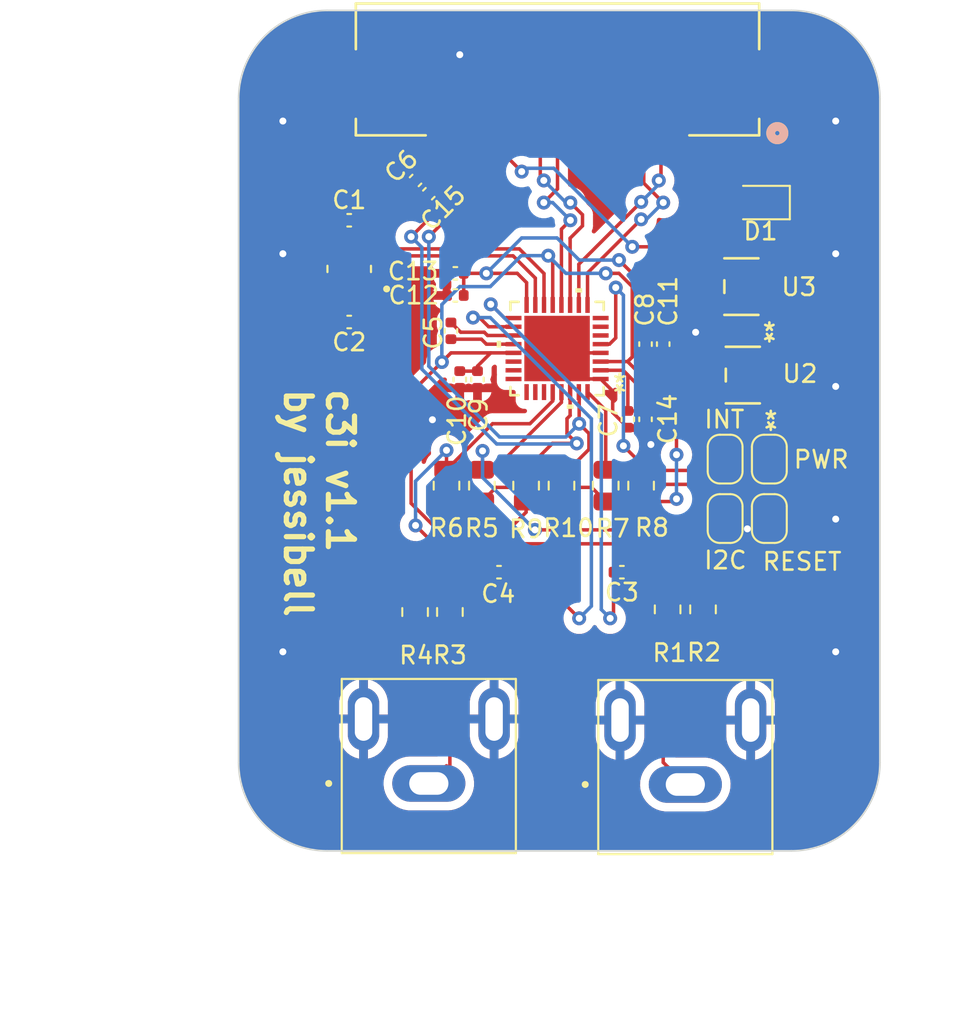
<source format=kicad_pcb>
(kicad_pcb (version 20221018) (generator pcbnew)
  (layers (0 "F.Cu" signal) (31 "B.Cu" signal) (34 "B.Paste" user) (35 "F.Paste" user) (36 "B.SilkS" user "B.Silkscreen") (37 "F.SilkS" user "F.Silkscreen") (38 "B.Mask" user) (39 "F.Mask" user) (44 "Edge.Cuts" user))
  (net 0 "")
  (net 1 "GND")
  (net 2 "Net-(U1-XTALP)")
  (net 3 "Net-(U1-XTALN)")
  (net 4 "Net-(C3-Pad1)")
  (net 5 "Ain1")
  (net 6 "Net-(C4-Pad1)")
  (net 7 "Ain2")
  (net 8 "Net-(U1-VREFP)")
  (net 9 "Net-(U1-VREFN)")
  (net 10 "+3.3V")
  (net 11 "+1V8")
  (net 12 "PVDD")
  (net 13 "LED_IND")
  (net 14 "MIPI_D0_N")
  (net 15 "MIPI_D0_P")
  (net 16 "MIPI_D1_N")
  (net 17 "MIPI_D1_P")
  (net 18 "MIPI_CL_N")
  (net 19 "MIPI_CL_P")
  (net 20 "PWR_EN")
  (net 21 "I2C_SCL")
  (net 22 "I2C_SDA")
  (net 23 "Net-(J2-Pad1)")
  (net 24 "Net-(J3-Pad1)")
  (net 25 "I2C_ADD")
  (net 26 "RESET")
  (net 27 "PWRDWN")
  (net 28 "INT")
  (footprint "Capacitor_SMD:C_0402_1005Metric" (layer "F.Cu") (at 142.494 69.96 -90)
    (fp_text reference "C11" (at -2.461013 -0.285532 90) (layer "F.SilkS"))
    (fp_text value "10nF")
    (pad "1" smd roundrect (at -0.48 0 270) (size 0.56 0.62) (layers "F.Cu" "F.Paste" "F.Mask") (net 1 "GND"))
    (pad "2" smd roundrect (at 0.48 0 270) (size 0.56 0.62) (layers "F.Cu" "F.Paste" "F.Mask") (net 11 "+1V8"))
  )
  (footprint "Capacitor_SMD:C_0402_1005Metric" (layer "F.Cu") (at 129.032 61.324 -135)
    (fp_text reference "C15" (at 0.010295 -1.163477 45) (layer "F.SilkS"))
    (fp_text value "0.1uF")
    (pad "1" smd roundrect (at -0.48 0 225) (size 0.56 0.62) (layers "F.Cu" "F.Paste" "F.Mask") (net 10 "+3.3V"))
    (pad "2" smd roundrect (at 0.48 0 225) (size 0.56 0.62) (layers "F.Cu" "F.Paste" "F.Mask") (net 1 "GND"))
  )
  (footprint "components:SWITCHCRAFT_PJRAN1X1U04X" (layer "F.Cu") (at 129.032 95.19)
    (fp_text reference "J3" hide)
    (fp_text value "PJRAN1X1U04X")
    (pad "1" thru_hole oval (at 0 0) (size 4.2 2.1) (drill oval 2.25 1.3) (layers "*.Cu" "*.Mask") (net 24 "Net-(J3-Pad1)"))
    (pad "2" thru_hole oval (at -3.75 -3.7) (size 1.8 3.6) (drill oval 1 2.5) (layers "*.Cu" "*.Mask") (net 1 "GND"))
    (pad "3" thru_hole oval (at 3.75 -3.7) (size 1.8 3.6) (drill oval 1 2.5) (layers "*.Cu" "*.Mask") (net 1 "GND"))
  )
  (footprint "Capacitor_SMD:C_0402_1005Metric" (layer "F.Cu") (at 128.27 60.562 45)
    (fp_text reference "C6" (at 0 -1.16 45) (layer "F.SilkS"))
    (fp_text value "0.1uF")
    (pad "1" smd roundrect (at -0.48 0 45) (size 0.56 0.62) (layers "F.Cu" "F.Paste" "F.Mask") (net 1 "GND"))
    (pad "2" smd roundrect (at 0.48 0 45) (size 0.56 0.62) (layers "F.Cu" "F.Paste" "F.Mask") (net 10 "+3.3V"))
  )
  (footprint "components:SWITCHCRAFT_PJRAN1X1U04X" (layer "F.Cu") (at 143.764 95.25)
    (fp_text reference "J2" hide)
    (fp_text value "PJRAN1X1U04X")
    (pad "1" thru_hole oval (at 0 0) (size 4.2 2.1) (drill oval 2.25 1.3) (layers "*.Cu" "*.Mask") (net 23 "Net-(J2-Pad1)"))
    (pad "2" thru_hole oval (at -3.75 -3.7) (size 1.8 3.6) (drill oval 1 2.5) (layers "*.Cu" "*.Mask") (net 1 "GND"))
    (pad "3" thru_hole oval (at 3.75 -3.7) (size 1.8 3.6) (drill oval 1 2.5) (layers "*.Cu" "*.Mask") (net 1 "GND"))
  )
  (footprint "Jumper:SolderJumper-2_P1.3mm_Open_RoundedPad1.0x1.5mm" (layer "F.Cu") (at 146.05 76.564 -90)
    (fp_text reference "INT" (at -2.278658 0.04745 180) (layer "F.SilkS"))
    (fp_text value "Jumper_2_Open")
    (pad "1" smd custom (at -0.65 0 270) (size 1 0.5) (layers "F.Cu" "F.Mask") (net 1 "GND") (options (clearance outline) (anchor rect)) (primitives (gr_circle (center 0 0.25) (end 0.5 0.25) (width 0) (fill yes)) (gr_circle (center 0 -0.25) (end 0.5 -0.25) (width 0) (fill yes)) (gr_poly (pts (xy 0.5 0.75) (xy 0 0.75) (xy 0 -0.75) (xy 0.5 -0.75)) (width 0) (fill yes))))
    (pad "2" smd custom (at 0.65 0 270) (size 1 0.5) (layers "F.Cu" "F.Mask") (net 28 "INT") (options (clearance outline) (anchor rect)) (primitives (gr_circle (center 0 0.25) (end 0.5 0.25) (width 0) (fill yes)) (gr_circle (center 0 -0.25) (end 0.5 -0.25) (width 0) (fill yes)) (gr_poly (pts (xy 0 0.75) (xy -0.5 0.75) (xy -0.5 -0.75) (xy 0 -0.75)) (width 0) (fill yes))))
  )
  (footprint "Capacitor_SMD:C_0402_1005Metric" (layer "F.Cu") (at 124.46 62.848)
    (fp_text reference "C1" (at 0 -1.16) (layer "F.SilkS"))
    (fp_text value "47pF")
    (pad "1" smd roundrect (at -0.48 0) (size 0.56 0.62) (layers "F.Cu" "F.Paste" "F.Mask") (net 1 "GND"))
    (pad "2" smd roundrect (at 0.48 0) (size 0.56 0.62) (layers "F.Cu" "F.Paste" "F.Mask") (net 2 "Net-(U1-XTALP)"))
  )
  (footprint "Resistor_SMD:R_0805_2012Metric" (layer "F.Cu") (at 141.224 78.088 90)
    (fp_text reference "R8" (at -2.409514 0.620784 180) (layer "F.SilkS"))
    (fp_text value "100k")
    (pad "1" smd roundrect (at -0.9125 0 90) (size 1.025 1.4) (layers "F.Cu" "F.Paste" "F.Mask") (roundrect_rratio 0.243902439) (net 10 "+3.3V"))
    (pad "2" smd roundrect (at 0.9125 0 90) (size 1.025 1.4) (layers "F.Cu" "F.Paste" "F.Mask") (roundrect_rratio 0.243902439) (net 28 "INT"))
  )
  (footprint "Jumper:SolderJumper-2_P1.3mm_Open_RoundedPad1.0x1.5mm" (layer "F.Cu") (at 148.59 76.564 -90)
    (fp_text reference "PWR" (at 0.023498 -2.977761 180) (layer "F.SilkS"))
    (fp_text value "Jumper_2_Open")
    (pad "1" smd custom (at -0.65 0 270) (size 1 0.5) (layers "F.Cu" "F.Mask") (net 1 "GND") (options (clearance outline) (anchor rect)) (primitives (gr_circle (center 0 0.25) (end 0.5 0.25) (width 0) (fill yes)) (gr_circle (center 0 -0.25) (end 0.5 -0.25) (width 0) (fill yes)) (gr_poly (pts (xy 0.5 0.75) (xy 0 0.75) (xy 0 -0.75) (xy 0.5 -0.75)) (width 0) (fill yes))))
    (pad "2" smd custom (at 0.65 0 270) (size 1 0.5) (layers "F.Cu" "F.Mask") (net 27 "PWRDWN") (options (clearance outline) (anchor rect)) (primitives (gr_circle (center 0 0.25) (end 0.5 0.25) (width 0) (fill yes)) (gr_circle (center 0 -0.25) (end 0.5 -0.25) (width 0) (fill yes)) (gr_poly (pts (xy 0 0.75) (xy -0.5 0.75) (xy -0.5 -0.75) (xy 0 -0.75)) (width 0) (fill yes))))
  )
  (footprint "Resistor_SMD:R_0805_2012Metric" (layer "F.Cu") (at 136.652 78.088 90)
    (fp_text reference "R10" (at -2.431694 0.401992 180) (layer "F.SilkS"))
    (fp_text value "2.2k")
    (pad "1" smd roundrect (at -0.9125 0 90) (size 1.025 1.4) (layers "F.Cu" "F.Paste" "F.Mask") (roundrect_rratio 0.243902439) (net 11 "+1V8"))
    (pad "2" smd roundrect (at 0.9125 0 90) (size 1.025 1.4) (layers "F.Cu" "F.Paste" "F.Mask") (roundrect_rratio 0.243902439) (net 21 "I2C_SCL"))
  )
  (footprint "Resistor_SMD:R_0805_2012Metric" (layer "F.Cu") (at 144.78 85.1935 90)
    (fp_text reference "R2" (at -2.471241 0.056578 180) (layer "F.SilkS"))
    (fp_text value "51")
    (pad "1" smd roundrect (at -0.9125 0 90) (size 1.025 1.4) (layers "F.Cu" "F.Paste" "F.Mask") (roundrect_rratio 0.243902439) (net 1 "GND"))
    (pad "2" smd roundrect (at 0.9125 0 90) (size 1.025 1.4) (layers "F.Cu" "F.Paste" "F.Mask") (roundrect_rratio 0.243902439) (net 4 "Net-(C3-Pad1)"))
  )
  (footprint "components:SOT23-5LD-PL-1_MCH" (layer "F.Cu") (at 146.98345 66.658 180)
    (fp_text reference "U3" (at -3.303112 -0.020219 unlocked) (layer "F.SilkS"))
    (fp_text value "MIC5504-1.8YM5-TR")
    (fp_text user "*" (at -1.60655 -2.601 180 unlocked) (layer "F.SilkS"))
    (fp_text user "*" (at -1.60655 -2.601) (layer "F.SilkS"))
    (pad "1" smd rect (at -1.35255 -0.950001 180) (size 1.0033 0.508) (layers "F.Cu" "F.Paste" "F.Mask") (net 10 "+3.3V"))
    (pad "2" smd rect (at -1.35255 0 180) (size 1.0033 0.508) (layers "F.Cu" "F.Paste" "F.Mask") (net 1 "GND"))
    (pad "3" smd rect (at -1.35255 0.950001 180) (size 1.0033 0.508) (layers "F.Cu" "F.Paste" "F.Mask") (net 20 "PWR_EN"))
    (pad "4" smd rect (at 1.35255 0.950001 180) (size 1.0033 0.508) (layers "F.Cu" "F.Paste" "F.Mask"))
    (pad "5" smd rect (at 1.35255 -0.950001 180) (size 1.0033 0.508) (layers "F.Cu" "F.Paste" "F.Mask") (net 12 "PVDD"))
  )
  (footprint "Capacitor_SMD:C_0402_1005Metric" (layer "F.Cu") (at 124.46 68.69)
    (fp_text reference "C2" (at 0 1.16) (layer "F.SilkS"))
    (fp_text value "47pF")
    (pad "1" smd roundrect (at -0.48 0) (size 0.56 0.62) (layers "F.Cu" "F.Paste" "F.Mask") (net 1 "GND"))
    (pad "2" smd roundrect (at 0.48 0) (size 0.56 0.62) (layers "F.Cu" "F.Paste" "F.Mask") (net 3 "Net-(U1-XTALN)"))
  )
  (footprint "Capacitor_SMD:C_0402_1005Metric" (layer "F.Cu") (at 141.478 74.278 90)
    (fp_text reference "C7" (at -0.062177 -2.133392 90) (layer "F.SilkS"))
    (fp_text value "10nF")
    (pad "1" smd roundrect (at -0.48 0 90) (size 0.56 0.62) (layers "F.Cu" "F.Paste" "F.Mask") (net 1 "GND"))
    (pad "2" smd roundrect (at 0.48 0 90) (size 0.56 0.62) (layers "F.Cu" "F.Paste" "F.Mask") (net 10 "+3.3V"))
  )
  (footprint "Capacitor_SMD:C_0402_1005Metric" (layer "F.Cu") (at 130.302 69.198 -90)
    (fp_text reference "C5" (at 0.102674 1.015102 90) (layer "F.SilkS"))
    (fp_text value "0.1uF")
    (pad "1" smd roundrect (at -0.48 0 270) (size 0.56 0.62) (layers "F.Cu" "F.Paste" "F.Mask") (net 8 "Net-(U1-VREFP)"))
    (pad "2" smd roundrect (at 0.48 0 270) (size 0.56 0.62) (layers "F.Cu" "F.Paste" "F.Mask") (net 9 "Net-(U1-VREFN)"))
  )
  (footprint "Capacitor_SMD:C_0402_1005Metric" (layer "F.Cu") (at 133.064 83.058)
    (fp_text reference "C4" (at -0.046842 1.245114) (layer "F.SilkS"))
    (fp_text value "0.1uF")
    (pad "1" smd roundrect (at -0.48 0) (size 0.56 0.62) (layers "F.Cu" "F.Paste" "F.Mask") (net 6 "Net-(C4-Pad1)"))
    (pad "2" smd roundrect (at 0.48 0) (size 0.56 0.62) (layers "F.Cu" "F.Paste" "F.Mask") (net 7 "Ain2"))
  )
  (footprint "Capacitor_SMD:C_0402_1005Metric" (layer "F.Cu") (at 130.556 67.166)
    (fp_text reference "C12" (at -2.390152 -0.007331) (layer "F.SilkS"))
    (fp_text value "0.1uF")
    (pad "1" smd roundrect (at -0.48 0) (size 0.56 0.62) (layers "F.Cu" "F.Paste" "F.Mask") (net 1 "GND"))
    (pad "2" smd roundrect (at 0.48 0) (size 0.56 0.62) (layers "F.Cu" "F.Paste" "F.Mask") (net 12 "PVDD"))
  )
  (footprint "components:SOT23-5LD-PL-1_MCH" (layer "F.Cu") (at 147.066 71.738 180)
    (fp_text reference "U2" (at -3.280618 0.075114 unlocked) (layer "F.SilkS"))
    (fp_text value "MIC5504-1.8YM5-TR")
    (fp_text user "*" (at -1.60655 -2.601 180 unlocked) (layer "F.SilkS"))
    (fp_text user "*" (at -1.60655 -2.601) (layer "F.SilkS"))
    (pad "1" smd rect (at -1.35255 -0.950001 180) (size 1.0033 0.508) (layers "F.Cu" "F.Paste" "F.Mask") (net 10 "+3.3V"))
    (pad "2" smd rect (at -1.35255 0 180) (size 1.0033 0.508) (layers "F.Cu" "F.Paste" "F.Mask") (net 1 "GND"))
    (pad "3" smd rect (at -1.35255 0.950001 180) (size 1.0033 0.508) (layers "F.Cu" "F.Paste" "F.Mask") (net 20 "PWR_EN"))
    (pad "4" smd rect (at 1.35255 0.950001 180) (size 1.0033 0.508) (layers "F.Cu" "F.Paste" "F.Mask"))
    (pad "5" smd rect (at 1.35255 -0.950001 180) (size 1.0033 0.508) (layers "F.Cu" "F.Paste" "F.Mask") (net 11 "+1V8"))
  )
  (footprint "Jumper:SolderJumper-2_P1.3mm_Open_RoundedPad1.0x1.5mm" (layer "F.Cu") (at 148.59 79.978 90)
    (fp_text reference "RESET" (at -2.47499 1.87673 180) (layer "F.SilkS"))
    (fp_text value "Jumper_2_Open")
    (pad "1" smd custom (at -0.65 0 90) (size 1 0.5) (layers "F.Cu" "F.Mask") (net 1 "GND") (options (clearance outline) (anchor rect)) (primitives (gr_circle (center 0 0.25) (end 0.5 0.25) (width 0) (fill yes)) (gr_circle (center 0 -0.25) (end 0.5 -0.25) (width 0) (fill yes)) (gr_poly (pts (xy 0.5 0.75) (xy 0 0.75) (xy 0 -0.75) (xy 0.5 -0.75)) (width 0) (fill yes))))
    (pad "2" smd custom (at 0.65 0 90) (size 1 0.5) (layers "F.Cu" "F.Mask") (net 26 "RESET") (options (clearance outline) (anchor rect)) (primitives (gr_circle (center 0 0.25) (end 0.5 0.25) (width 0) (fill yes)) (gr_circle (center 0 -0.25) (end 0.5 -0.25) (width 0) (fill yes)) (gr_poly (pts (xy 0 0.75) (xy -0.5 0.75) (xy -0.5 -0.75) (xy 0 -0.75)) (width 0) (fill yes))))
  )
  (footprint "Resistor_SMD:R_0805_2012Metric" (layer "F.Cu") (at 142.748 85.1935 90)
    (fp_text reference "R1" (at -2.50194 0.108441 180) (layer "F.SilkS"))
    (fp_text value "24")
    (pad "1" smd roundrect (at -0.9125 0 90) (size 1.025 1.4) (layers "F.Cu" "F.Paste" "F.Mask") (roundrect_rratio 0.243902439) (net 23 "Net-(J2-Pad1)"))
    (pad "2" smd roundrect (at 0.9125 0 90) (size 1.025 1.4) (layers "F.Cu" "F.Paste" "F.Mask") (roundrect_rratio 0.243902439) (net 4 "Net-(C3-Pad1)"))
  )
  (footprint "Capacitor_SMD:C_0402_1005Metric" (layer "F.Cu") (at 130.556 65.896)
    (fp_text reference "C13" (at -2.430189 -0.118625) (layer "F.SilkS"))
    (fp_text value "10nF")
    (pad "1" smd roundrect (at -0.48 0) (size 0.56 0.62) (layers "F.Cu" "F.Paste" "F.Mask") (net 1 "GND"))
    (pad "2" smd roundrect (at 0.48 0) (size 0.56 0.62) (layers "F.Cu" "F.Paste" "F.Mask") (net 12 "PVDD"))
  )
  (footprint "Resistor_SMD:R_0805_2012Metric" (layer "F.Cu") (at 139.192 78.088 90)
    (fp_text reference "R7" (at -2.464963 0.401556 180) (layer "F.SilkS"))
    (fp_text value "100k")
    (pad "1" smd roundrect (at -0.9125 0 90) (size 1.025 1.4) (layers "F.Cu" "F.Paste" "F.Mask") (roundrect_rratio 0.243902439) (net 10 "+3.3V"))
    (pad "2" smd roundrect (at 0.9125 0 90) (size 1.025 1.4) (layers "F.Cu" "F.Paste" "F.Mask") (roundrect_rratio 0.243902439) (net 27 "PWRDWN"))
  )
  (footprint "Resistor_SMD:R_0805_2012Metric" (layer "F.Cu") (at 128.243341 85.346906 90)
    (fp_text reference "R4" (at -2.489589 0.064041 180) (layer "F.SilkS"))
    (fp_text value "51")
    (pad "1" smd roundrect (at -0.9125 0 90) (size 1.025 1.4) (layers "F.Cu" "F.Paste" "F.Mask") (roundrect_rratio 0.243902439) (net 1 "GND"))
    (pad "2" smd roundrect (at 0.9125 0 90) (size 1.025 1.4) (layers "F.Cu" "F.Paste" "F.Mask") (roundrect_rratio 0.243902439) (net 6 "Net-(C4-Pad1)"))
  )
  (footprint "Jumper:SolderJumper-2_P1.3mm_Open_RoundedPad1.0x1.5mm" (layer "F.Cu") (at 146.05 79.978 90)
    (fp_text reference "I2C" (at -2.394915 0.012606 180) (layer "F.SilkS"))
    (fp_text value "Jumper_2_Open")
    (pad "1" smd custom (at -0.65 0 90) (size 1 0.5) (layers "F.Cu" "F.Mask") (net 1 "GND") (options (clearance outline) (anchor rect)) (primitives (gr_circle (center 0 0.25) (end 0.5 0.25) (width 0) (fill yes)) (gr_circle (center 0 -0.25) (end 0.5 -0.25) (width 0) (fill yes)) (gr_poly (pts (xy 0.5 0.75) (xy 0 0.75) (xy 0 -0.75) (xy 0.5 -0.75)) (width 0) (fill yes))))
    (pad "2" smd custom (at 0.65 0 90) (size 1 0.5) (layers "F.Cu" "F.Mask") (net 25 "I2C_ADD") (options (clearance outline) (anchor rect)) (primitives (gr_circle (center 0 0.25) (end 0.5 0.25) (width 0) (fill yes)) (gr_circle (center 0 -0.25) (end 0.5 -0.25) (width 0) (fill yes)) (gr_poly (pts (xy 0 0.75) (xy -0.5 0.75) (xy -0.5 -0.75) (xy 0 -0.75)) (width 0) (fill yes))))
  )
  (footprint "Resistor_SMD:R_0805_2012Metric" (layer "F.Cu") (at 130.242 85.344 90)
    (fp_text reference "R3" (at -2.47424 -0.003173 180) (layer "F.SilkS"))
    (fp_text value "24")
    (pad "1" smd roundrect (at -0.9125 0 90) (size 1.025 1.4) (layers "F.Cu" "F.Paste" "F.Mask") (roundrect_rratio 0.243902439) (net 24 "Net-(J3-Pad1)"))
    (pad "2" smd roundrect (at 0.9125 0 90) (size 1.025 1.4) (layers "F.Cu" "F.Paste" "F.Mask") (roundrect_rratio 0.243902439) (net 6 "Net-(C4-Pad1)"))
  )
  (footprint "Resistor_SMD:R_0805_2012Metric" (layer "F.Cu") (at 132.08 78.088 90)
    (fp_text reference "R5" (at -2.442784 -0.005327 180) (layer "F.SilkS"))
    (fp_text value "100k")
    (pad "1" smd roundrect (at -0.9125 0 90) (size 1.025 1.4) (layers "F.Cu" "F.Paste" "F.Mask") (roundrect_rratio 0.243902439) (net 10 "+3.3V"))
    (pad "2" smd roundrect (at 0.9125 0 90) (size 1.025 1.4) (layers "F.Cu" "F.Paste" "F.Mask") (roundrect_rratio 0.243902439) (net 25 "I2C_ADD"))
  )
  (footprint "Capacitor_SMD:C_0402_1005Metric" (layer "F.Cu") (at 141.478 69.96 -90)
    (fp_text reference "C8" (at -1.980563 0.039724 90) (layer "F.SilkS"))
    (fp_text value "0.1uF")
    (pad "1" smd roundrect (at -0.48 0 270) (size 0.56 0.62) (layers "F.Cu" "F.Paste" "F.Mask") (net 1 "GND"))
    (pad "2" smd roundrect (at 0.48 0 270) (size 0.56 0.62) (layers "F.Cu" "F.Paste" "F.Mask") (net 11 "+1V8"))
  )
  (footprint "components:XTAL_ABM8-28.63636MHZ-B2-T" (layer "F.Cu") (at 124.46 65.642 180)
    (fp_text reference "Y1" hide)
    (fp_text value "28.63636MHz")
    (pad "1" smd rect (at -0.875 -1.15 180) (size 1.05 1.3) (layers "F.Cu" "F.Paste" "F.Mask") (net 3 "Net-(U1-XTALN)"))
    (pad "2" smd rect (at -0.875 1.15 180) (size 1.05 1.3) (layers "F.Cu" "F.Paste" "F.Mask") (net 2 "Net-(U1-XTALP)"))
    (pad "3" smd rect (at 0.875 1.15 180) (size 1.05 1.3) (layers "F.Cu" "F.Paste" "F.Mask"))
    (pad "4" smd rect (at 0.875 -1.15 180) (size 1.05 1.3) (layers "F.Cu" "F.Paste" "F.Mask"))
  )
  (footprint "Capacitor_SMD:C_0402_1005Metric" (layer "F.Cu") (at 140.462 74.278 -90)
    (fp_text reference "C14" (at -0.015967 -2.289678 90) (layer "F.SilkS"))
    (fp_text value "0.1uF")
    (pad "1" smd roundrect (at -0.48 0 270) (size 0.56 0.62) (layers "F.Cu" "F.Paste" "F.Mask") (net 10 "+3.3V"))
    (pad "2" smd roundrect (at 0.48 0 270) (size 0.56 0.62) (layers "F.Cu" "F.Paste" "F.Mask") (net 1 "GND"))
  )
  (footprint "Capacitor_SMD:C_0402_1005Metric" (layer "F.Cu") (at 131.826 71.992 90)
    (fp_text reference "C9" (at -2.033098 0.063335 90) (layer "F.SilkS"))
    (fp_text value "0.1uF")
    (pad "1" smd roundrect (at -0.48 0 90) (size 0.56 0.62) (layers "F.Cu" "F.Paste" "F.Mask") (net 1 "GND"))
    (pad "2" smd roundrect (at 0.48 0 90) (size 0.56 0.62) (layers "F.Cu" "F.Paste" "F.Mask") (net 11 "+1V8"))
  )
  (footprint "LED_SMD:LED_0805_2012Metric" (layer "F.Cu") (at 148.082 61.832 180)
    (fp_text reference "D1" (at 0 -1.65) (layer "F.SilkS"))
    (fp_text value "LED")
    (pad "1" smd roundrect (at -0.9375 0 180) (size 0.975 1.4) (layers "F.Cu" "F.Paste" "F.Mask") (net 1 "GND"))
    (pad "2" smd roundrect (at 0.9375 0 180) (size 0.975 1.4) (layers "F.Cu" "F.Paste" "F.Mask") (net 13 "LED_IND"))
  )
  (footprint "Resistor_SMD:R_0805_2012Metric" (layer "F.Cu") (at 134.62 78.088 90)
    (fp_text reference "R9" (at -2.498233 0 180) (layer "F.SilkS"))
    (fp_text value "2.2k")
    (pad "1" smd roundrect (at -0.9125 0 90) (size 1.025 1.4) (layers "F.Cu" "F.Paste" "F.Mask") (roundrect_rratio 0.243902439) (net 11 "+1V8"))
    (pad "2" smd roundrect (at 0.9125 0 90) (size 1.025 1.4) (layers "F.Cu" "F.Paste" "F.Mask") (roundrect_rratio 0.243902439) (net 22 "I2C_SDA"))
  )
  (footprint "components:conn15_1-84952-5_TEC" (layer "F.Cu") (at 136.4234 57.8442 180)
    (fp_text reference "J1" hide)
    (fp_text value "1-84952-5")
    (pad "1" smd rect (at -6.9342 0 180) (size 0.6096 2.0066) (layers "F.Cu" "F.Paste" "F.Mask") (net 1 "GND"))
    (pad "2" smd rect (at -5.9436 0 180) (size 0.6096 2.0066) (layers "F.Cu" "F.Paste" "F.Mask") (net 14 "MIPI_D0_N"))
    (pad "3" smd rect (at -4.953 0 180) (size 0.6096 2.0066) (layers "F.Cu" "F.Paste" "F.Mask") (net 15 "MIPI_D0_P"))
    (pad "4" smd rect (at -3.9624 0 180) (size 0.6096 2.0066) (layers "F.Cu" "F.Paste" "F.Mask") (net 1 "GND"))
    (pad "5" smd rect (at -2.9718 0 180) (size 0.6096 2.0066) (layers "F.Cu" "F.Paste" "F.Mask") (net 16 "MIPI_D1_N"))
    (pad "6" smd rect (at -1.9812 0 180) (size 0.6096 2.0066) (layers "F.Cu" "F.Paste" "F.Mask") (net 17 "MIPI_D1_P"))
    (pad "7" smd rect (at -0.9906 0 180) (size 0.6096 2.0066) (layers "F.Cu" "F.Paste" "F.Mask") (net 1 "GND"))
    (pad "8" smd rect (at 0 0 180) (size 0.6096 2.0066) (layers "F.Cu" "F.Paste" "F.Mask") (net 18 "MIPI_CL_N"))
    (pad "9" smd rect (at 0.9906 0 180) (size 0.6096 2.0066) (layers "F.Cu" "F.Paste" "F.Mask") (net 19 "MIPI_CL_P"))
    (pad "10" smd rect (at 1.9812 0 180) (size 0.6096 2.0066) (layers "F.Cu" "F.Paste" "F.Mask") (net 1 "GND"))
    (pad "11" smd rect (at 2.9718 0 180) (size 0.6096 2.0066) (layers "F.Cu" "F.Paste" "F.Mask") (net 20 "PWR_EN"))
    (pad "12" smd rect (at 3.9624 0 180) (size 0.6096 2.0066) (layers "F.Cu" "F.Paste" "F.Mask") (net 13 "LED_IND"))
    (pad "13" smd rect (at 4.953 0 180) (size 0.6096 2.0066) (layers "F.Cu" "F.Paste" "F.Mask") (net 21 "I2C_SCL"))
    (pad "14" smd rect (at 5.9436 0 180) (size 0.6096 2.0066) (layers "F.Cu" "F.Paste" "F.Mask") (net 22 "I2C_SDA"))
    (pad "15" smd rect (at 6.9342 0 180) (size 0.6096 2.0066) (layers "F.Cu" "F.Paste" "F.Mask") (net 10 "+3.3V"))
    (pad "16" smd rect (at -9.9822 2.8194 180) (size 2.667 3.6068) (layers "F.Cu" "F.Paste" "F.Mask") (net 1 "GND"))
    (pad "17" smd rect (at 9.9822 2.8194 180) (size 2.667 3.6068) (layers "F.Cu" "F.Paste" "F.Mask") (net 1 "GND"))
  )
  (footprint "components:CP_32_12_ADI-M" (layer "F.Cu") (at 136.398 70.214 180)
    (fp_text reference "U1" hide)
    (fp_text value "ADV7280BCPZ-M-RL")
    (fp_text user "*" (at -3.5941 -2 180 unlocked) (layer "F.SilkS"))
    (fp_text user "*" (at -3.5941 -2) (layer "F.SilkS"))
    (pad "1" smd rect (at -2.5019 -1.749999 270) (size 0.254 0.9144) (layers "F.Cu" "F.Paste" "F.Mask") (net 1 "GND"))
    (pad "2" smd rect (at -2.5019 -1.25 270) (size 0.254 0.9144) (layers "F.Cu" "F.Paste" "F.Mask") (net 10 "+3.3V"))
    (pad "3" smd rect (at -2.5019 -0.750001 270) (size 0.254 0.9144) (layers "F.Cu" "F.Paste" "F.Mask") (net 11 "+1V8"))
    (pad "4" smd rect (at -2.5019 -0.25 270) (size 0.254 0.9144) (layers "F.Cu" "F.Paste" "F.Mask") (net 1 "GND"))
    (pad "5" smd rect (at -2.5019 0.25 270) (size 0.254 0.9144) (layers "F.Cu" "F.Paste" "F.Mask") (net 28 "INT"))
    (pad "6" smd rect (at -2.5019 0.750001 270) (size 0.254 0.9144) (layers "F.Cu" "F.Paste" "F.Mask"))
    (pad "7" smd rect (at -2.5019 1.25 270) (size 0.254 0.9144) (layers "F.Cu" "F.Paste" "F.Mask"))
    (pad "8" smd rect (at -2.5019 1.749999 270) (size 0.254 0.9144) (layers "F.Cu" "F.Paste" "F.Mask"))
    (pad "9" smd rect (at -1.749999 2.5019 180) (size 0.254 0.9144) (layers "F.Cu" "F.Paste" "F.Mask") (net 15 "MIPI_D0_P"))
    (pad "10" smd rect (at -1.25 2.5019 180) (size 0.254 0.9144) (layers "F.Cu" "F.Paste" "F.Mask") (net 14 "MIPI_D0_N"))
    (pad "11" smd rect (at -0.750001 2.5019 180) (size 0.254 0.9144) (layers "F.Cu" "F.Paste" "F.Mask") (net 19 "MIPI_CL_P"))
    (pad "12" smd rect (at -0.25 2.5019 180) (size 0.254 0.9144) (layers "F.Cu" "F.Paste" "F.Mask") (net 18 "MIPI_CL_N"))
    (pad "13" smd rect (at 0.25 2.5019 180) (size 0.254 0.9144) (layers "F.Cu" "F.Paste" "F.Mask") (net 11 "+1V8"))
    (pad "14" smd rect (at 0.750001 2.5019 180) (size 0.254 0.9144) (layers "F.Cu" "F.Paste" "F.Mask") (net 2 "Net-(U1-XTALP)"))
    (pad "15" smd rect (at 1.25 2.5019 180) (size 0.254 0.9144) (layers "F.Cu" "F.Paste" "F.Mask") (net 3 "Net-(U1-XTALN)"))
    (pad "16" smd rect (at 1.749999 2.5019 180) (size 0.254 0.9144) (layers "F.Cu" "F.Paste" "F.Mask") (net 12 "PVDD"))
    (pad "17" smd rect (at 2.5019 1.749999 270) (size 0.254 0.9144) (layers "F.Cu" "F.Paste" "F.Mask") (net 5 "Ain1"))
    (pad "18" smd rect (at 2.5019 1.25 270) (size 0.254 0.9144) (layers "F.Cu" "F.Paste" "F.Mask") (net 7 "Ain2"))
    (pad "19" smd rect (at 2.5019 0.750001 270) (size 0.254 0.9144) (layers "F.Cu" "F.Paste" "F.Mask") (net 8 "Net-(U1-VREFP)"))
    (pad "20" smd rect (at 2.5019 0.25 270) (size 0.254 0.9144) (layers "F.Cu" "F.Paste" "F.Mask") (net 9 "Net-(U1-VREFN)"))
    (pad "21" smd rect (at 2.5019 -0.25 270) (size 0.254 0.9144) (layers "F.Cu" "F.Paste" "F.Mask") (net 11 "+1V8"))
    (pad "22" smd rect (at 2.5019 -0.750001 270) (size 0.254 0.9144) (layers "F.Cu" "F.Paste" "F.Mask"))
    (pad "23" smd rect (at 2.5019 -1.25 270) (size 0.254 0.9144) (layers "F.Cu" "F.Paste" "F.Mask"))
    (pad "24" smd rect (at 2.5019 -1.749999 270) (size 0.254 0.9144) (layers "F.Cu" "F.Paste" "F.Mask"))
    (pad "25" smd rect (at 1.749999 -2.5019 180) (size 0.254 0.9144) (layers "F.Cu" "F.Paste" "F.Mask"))
    (pad "26" smd rect (at 1.25 -2.5019 180) (size 0.254 0.9144) (layers "F.Cu" "F.Paste" "F.Mask"))
    (pad "27" smd rect (at 0.750001 -2.5019 180) (size 0.254 0.9144) (layers "F.Cu" "F.Paste" "F.Mask"))
    (pad "28" smd rect (at 0.25 -2.5019 180) (size 0.254 0.9144) (layers "F.Cu" "F.Paste" "F.Mask") (net 26 "RESET"))
    (pad "29" smd rect (at -0.25 -2.5019 180) (size 0.254 0.9144) (layers "F.Cu" "F.Paste" "F.Mask") (net 25 "I2C_ADD"))
    (pad "30" smd rect (at -0.750001 -2.5019 180) (size 0.254 0.9144) (layers "F.Cu" "F.Paste" "F.Mask") (net 22 "I2C_SDA"))
    (pad "31" smd rect (at -1.25 -2.5019 180) (size 0.254 0.9144) (layers "F.Cu" "F.Paste" "F.Mask") (net 21 "I2C_SCL"))
    (pad "32" smd rect (at -1.749999 -2.5019 180) (size 0.254 0.9144) (layers "F.Cu" "F.Paste" "F.Mask") (net 27 "PWRDWN"))
    (pad "33" smd rect (at 0 0 180) (size 3.7592 3.7592) (layers "F.Cu" "F.Mask") (net 1 "GND"))
  )
  (footprint "Capacitor_SMD:C_0402_1005Metric" (layer "F.Cu") (at 130.81 71.992 90)
    (fp_text reference "C10" (at -2.373417 -0.161828 90) (layer "F.SilkS"))
    (fp_text value "10nF")
    (pad "1" smd roundrect (at -0.48 0 90) (size 0.56 0.62) (layers "F.Cu" "F.Paste" "F.Mask") (net 1 "GND"))
    (pad "2" smd roundrect (at 0.48 0 90) (size 0.56 0.62) (layers "F.Cu" "F.Paste" "F.Mask") (net 11 "+1V8"))
  )
  (footprint "Resistor_SMD:R_0805_2012Metric" (layer "F.Cu") (at 130.048 78.088 90)
    (fp_text reference "R6" (at -2.422495 0.015156 180) (layer "F.SilkS"))
    (fp_text value "100k")
    (pad "1" smd roundrect (at -0.9125 0 90) (size 1.025 1.4) (layers "F.Cu" "F.Paste" "F.Mask") (roundrect_rratio 0.243902439) (net 10 "+3.3V"))
    (pad "2" smd roundrect (at 0.9125 0 90) (size 1.025 1.4) (layers "F.Cu" "F.Paste" "F.Mask") (roundrect_rratio 0.243902439) (net 26 "RESET"))
  )
  (footprint "Capacitor_SMD:C_0402_1005Metric" (layer "F.Cu") (at 140.12 83.058 180)
    (fp_text reference "C3" (at 0 -1.16) (layer "F.SilkS"))
    (fp_text value "0.1uF")
    (pad "1" smd roundrect (at -0.48 0 180) (size 0.56 0.62) (layers "F.Cu" "F.Paste" "F.Mask") (net 4 "Net-(C3-Pad1)"))
    (pad "2" smd roundrect (at 0.48 0 180) (size 0.56 0.62) (layers "F.Cu" "F.Paste" "F.Mask") (net 5 "Ain1"))
  )
  (gr_line (start 149.86 99.06) (end 123.19 99.06) (stroke (width 0.1)) (layer "Edge.Cuts"))
  (gr_line (start 123.19 50.8) (end 149.86 50.8) (stroke (width 0.1)) (layer "Edge.Cuts"))
  (gr_line (start 154.94 55.88) (end 154.94 93.98) (stroke (width 0.1)) (layer "Edge.Cuts"))
  (gr_line (start 118.11 93.98) (end 118.11 55.88) (stroke (width 0.1)) (layer "Edge.Cuts"))
  (gr_arc (start 118.11 55.88) (mid 119.597898 52.287898) (end 123.19 50.8) (stroke (width 0.1)) (layer "Edge.Cuts"))
  (gr_arc (start 149.86 50.8) (mid 153.452102 52.287898) (end 154.94 55.88) (stroke (width 0.1)) (layer "Edge.Cuts"))
  (gr_arc (start 123.19 99.06) (mid 119.597898 97.572102) (end 118.11 93.98) (stroke (width 0.1)) (layer "Edge.Cuts"))
  (gr_arc (start 154.94 93.98) (mid 153.452102 97.572102) (end 149.86 99.06) (stroke (width 0.1)) (layer "Edge.Cuts"))
  (gr_text "c3i v1.1\nby jessibell" (at 120.65 72.39 270) (layer "F.Cu") (effects (font (size 1.5 1.5) (thickness 0.3) bold) (justify left bottom)))
  (gr_text "c3i v1.1\nby jessibell" (at 120.65 72.39 270) (layer "F.SilkS") (effects (font (size 1.5 1.5) (thickness 0.3) bold) (justify left bottom)))
  (segment (start 138.1427 71.9587) (end 136.398 70.214) (width 0.2) (layer "F.Cu") (net 1))
  (segment (start 138.8999 71.963999) (end 139.592 72.656099) (width 0.2) (layer "F.Cu") (net 1))
  (segment (start 138.8999 70.464) (end 136.648 70.464) (width 0.2) (layer "F.Cu") (net 1))
  (segment (start 139.592 73.888) (end 140.462 74.758) (width 0.2) (layer "F.Cu") (net 1))
  (segment (start 136.648 70.464) (end 136.398 70.214) (width 0.2) (layer "F.Cu") (net 1))
  (segment (start 139.592 72.656099) (end 139.592 73.888) (width 0.2) (layer "F.Cu") (net 1))
  (segment (start 138.894601 71.9587) (end 138.1427 71.9587) (width 0.2) (layer "F.Cu") (net 1))
  (segment (start 138.8999 71.963999) (end 138.894601 71.9587) (width 0.2) (layer "F.Cu") (net 1))
  (via (at 152.4 80.01) (size 0.8) (drill 0.4) (layers "F.Cu" "B.Cu") (net 1))
  (via (at 152.4 57.15) (size 0.8) (drill 0.4) (layers "F.Cu" "B.Cu") (net 1))
  (via (at 141.785069 75.726124) (size 0.8) (drill 0.4) (layers "F.Cu" "B.Cu") (net 1))
  (via (at 147.327488 80.568551) (size 0.8) (drill 0.4) (layers "F.Cu" "B.Cu") (net 1))
  (via (at 130.81 53.34) (size 0.8) (drill 0.4) (layers "F.Cu" "B.Cu") (net 1))
  (via (at 120.65 57.15) (size 0.8) (drill 0.4) (layers "F.Cu" "B.Cu") (net 1))
  (via (at 152.4 64.77) (size 0.8) (drill 0.4) (layers "F.Cu" "B.Cu") (net 1))
  (via (at 129.238545 74.303347) (size 0.8) (drill 0.4) (layers "F.Cu" "B.Cu") (net 1))
  (via (at 152.4 87.63) (size 0.8) (drill 0.4) (layers "F.Cu" "B.Cu") (net 1))
  (via (at 120.65 64.77) (size 0.8) (drill 0.4) (layers "F.Cu" "B.Cu") (net 1))
  (via (at 152.4 72.39) (size 0.8) (drill 0.4) (layers "F.Cu" "B.Cu") (net 1))
  (via (at 120.65 87.63) (size 0.8) (drill 0.4) (layers "F.Cu" "B.Cu") (net 1))
  (via (at 144.35623 69.280712) (size 0.8) (drill 0.4) (layers "F.Cu" "B.Cu") (net 1))
  (segment (start 125.335 64.492) (end 134.232 64.492) (width 0.2) (layer "F.Cu") (net 2))
  (segment (start 124.94 62.848) (end 124.94 64.097) (width 0.2) (layer "F.Cu") (net 2))
  (segment (start 134.232 64.492) (end 135.647999 65.907999) (width 0.2) (layer "F.Cu") (net 2))
  (segment (start 124.94 64.097) (end 125.335 64.492) (width 0.2) (layer "F.Cu") (net 2))
  (segment (start 135.647999 65.907999) (end 135.647999 67.7121) (width 0.2) (layer "F.Cu") (net 2))
  (segment (start 124.94 68.69) (end 124.94 67.187) (width 0.2) (layer "F.Cu") (net 3))
  (segment (start 126.746 65.381) (end 126.746 64.892) (width 0.2) (layer "F.Cu") (net 3))
  (segment (start 124.94 67.187) (end 125.335 66.792) (width 0.2) (layer "F.Cu") (net 3))
  (segment (start 135.148 66.17) (end 135.148 67.7121) (width 0.2) (layer "F.Cu") (net 3))
  (segment (start 133.87 64.892) (end 135.148 66.17) (width 0.2) (layer "F.Cu") (net 3))
  (segment (start 126.746 64.892) (end 133.87 64.892) (width 0.2) (layer "F.Cu") (net 3))
  (segment (start 125.335 66.792) (end 126.746 65.381) (width 0.2) (layer "F.Cu") (net 3))
  (segment (start 142.748 84.281) (end 141.823 84.281) (width 0.2) (layer "F.Cu") (net 4))
  (segment (start 141.823 84.281) (end 140.6 83.058) (width 0.2) (layer "F.Cu") (net 4))
  (segment (start 145.034 84.281) (end 142.748 84.281) (width 0.2) (layer "F.Cu") (net 4))
  (segment (start 139.446 85.708) (end 139.64 85.514) (width 0.2) (layer "F.Cu") (net 5))
  (segment (start 133.8961 68.464001) (end 133.378001 68.464001) (width 0.2) (layer "F.Cu") (net 5))
  (segment (start 139.64 85.514) (end 139.64 83.058) (width 0.2) (layer "F.Cu") (net 5))
  (segment (start 133.378001 68.464001) (end 132.588 67.674) (width 0.2) (layer "F.Cu") (net 5))
  (via (at 139.446 85.708) (size 0.8) (drill 0.4) (layers "F.Cu" "B.Cu") (net 5))
  (via (at 132.588 67.674) (size 0.8) (drill 0.4) (layers "F.Cu" "B.Cu") (net 5))
  (segment (start 138.938 74.024) (end 138.938 85.2) (width 0.2) (layer "B.Cu") (net 5))
  (segment (start 138.938 85.2) (end 139.446 85.708) (width 0.2) (layer "B.Cu") (net 5))
  (segment (start 132.588 67.674) (end 138.938 74.024) (width 0.2) (layer "B.Cu") (net 5))
  (segment (start 130.242 84.4315) (end 131.2105 84.4315) (width 0.2) (layer "F.Cu") (net 6))
  (segment (start 128.21 84.4315) (end 130.242 84.4315) (width 0.2) (layer "F.Cu") (net 6))
  (segment (start 131.2105 84.4315) (end 132.584 83.058) (width 0.2) (layer "F.Cu") (net 6))
  (segment (start 135.018 83.058) (end 133.544 83.058) (width 0.2) (layer "F.Cu") (net 7))
  (segment (start 131.94137 68.436) (end 131.572 68.436) (width 0.2) (layer "F.Cu") (net 7))
  (segment (start 137.668 85.708) (end 135.018 83.058) (width 0.2) (layer "F.Cu") (net 7))
  (segment (start 132.469371 68.964) (end 131.94137 68.436) (width 0.2) (layer "F.Cu") (net 7))
  (segment (start 133.8961 68.964) (end 132.469371 68.964) (width 0.2) (layer "F.Cu") (net 7))
  (via (at 137.668 85.708) (size 0.8) (drill 0.4) (layers "F.Cu" "B.Cu") (net 7))
  (via (at 131.572 68.436) (size 0.8) (drill 0.4) (layers "F.Cu" "B.Cu") (net 7))
  (segment (start 138.368 79.674) (end 138.368 85.008) (width 0.2) (layer "B.Cu") (net 7))
  (segment (start 132.56195 68.436) (end 138.368 74.24205) (width 0.2) (layer "B.Cu") (net 7))
  (segment (start 138.368 85.008) (end 137.668 85.708) (width 0.2) (layer "B.Cu") (net 7))
  (segment (start 131.572 68.436) (end 132.56195 68.436) (width 0.2) (layer "B.Cu") (net 7))
  (segment (start 138.368 74.24205) (end 138.368 79.674) (width 0.2) (layer "B.Cu") (net 7))
  (segment (start 130.302 68.718) (end 130.862 69.278) (width 0.2) (layer "F.Cu") (net 8))
  (segment (start 132.403684 69.463999) (end 133.8961 69.463999) (width 0.2) (layer "F.Cu") (net 8))
  (segment (start 130.862 69.278) (end 132.217685 69.278) (width 0.2) (layer "F.Cu") (net 8))
  (segment (start 132.217685 69.278) (end 132.403684 69.463999) (width 0.2) (layer "F.Cu") (net 8))
  (segment (start 130.302 69.678) (end 132.052 69.678) (width 0.2) (layer "F.Cu") (net 9))
  (segment (start 132.338 69.964) (end 133.8961 69.964) (width 0.2) (layer "F.Cu") (net 9))
  (segment (start 132.052 69.678) (end 132.338 69.964) (width 0.2) (layer "F.Cu") (net 9))
  (segment (start 140.462 73.798) (end 140.462 71.738) (width 0.2) (layer "F.Cu") (net 10))
  (segment (start 150.302001 67.608001) (end 150.876 68.182) (width 0.2) (layer "F.Cu") (net 10))
  (segment (start 128.609411 60.222589) (end 129.371411 60.984589) (width 0.2) (layer "F.Cu") (net 10))
  (segment (start 148.9202 72.688001) (end 148.41855 72.688001) (width 0.2) (layer "F.Cu") (net 10))
  (segment (start 138.3795 78.188) (end 139.192 79.0005) (width 0.2) (layer "F.Cu") (net 10))
  (segment (start 148.59 52.07) (end 150.876 54.356) (width 0.2) (layer "F.Cu") (net 10))
  (segment (start 134.2601 52.07) (end 148.59 52.07) (width 0.2) (layer "F.Cu") (net 10))
  (segment (start 129.512 57.867) (end 129.4892 57.8442) (width 0.3) (layer "F.Cu") (net 10))
  (segment (start 140.188 71.464) (end 138.8999 71.464) (width 0.2) (layer "F.Cu") (net 10))
  (segment (start 139.192 79.0005) (end 141.224 79.0005) (width 0.2) (layer "F.Cu") (net 10))
  (segment (start 132.8925 78.188) (end 138.3795 78.188) (width 0.2) (layer "F.Cu") (net 10))
  (segment (start 130.048 79.0005) (end 132.08 79.0005) (width 0.2) (layer "F.Cu") (net 10))
  (segment (start 140.208 71.484) (end 140.188 71.464) (width 0.2) (layer "F.Cu") (net 10))
  (segment (start 129.4892 56.8409) (end 134.2601 52.07) (width 0.2) (layer "F.Cu") (net 10))
  (segment (start 132.08 79.0005) (end 132.8925 78.188) (width 0.2) (layer "F.Cu") (net 10))
  (segment (start 143.256 74.532) (end 140.208 71.484) (width 0.2) (layer "F.Cu") (net 10))
  (segment (start 150.876 68.182) (end 150.876 68.58) (width 0.2) (layer "F.Cu") (net 10))
  (segment (start 148.41855 72.688001) (end 146.574551 74.532) (width 0.2) (layer "F.Cu") (net 10))
  (segment (start 143.1055 79.0005) (end 143.256 78.85) (width 0.2) (layer "F.Cu") (net 10))
  (segment (start 150.876 70.732201) (end 148.9202 72.688001) (width 0.2) (layer "F.Cu") (net 10))
  (segment (start 129.4892 57.8442) (end 129.4892 56.8409) (width 0.2) (layer "F.Cu") (net 10))
  (segment (start 141.224 79.0005) (end 143.1055 79.0005) (width 0.2) (layer "F.Cu") (net 10))
  (segment (start 143.256 76.31) (end 143.256 74.532) (width 0.2) (layer "F.Cu") (net 10))
  (segment (start 129.371411 57.961989) (end 129.4892 57.8442) (width 0.2) (layer "F.Cu") (net 10))
  (segment (start 129.371411 60.984589) (end 129.371411 57.961989) (width 0.2) (layer "F.Cu") (net 10))
  (segment (start 150.876 68.58) (end 150.876 70.732201) (width 0.2) (layer "F.Cu") (net 10))
  (segment (start 140.462 71.738) (end 140.208 71.484) (width 0.2) (layer "F.Cu") (net 10))
  (segment (start 148.336 67.608001) (end 150.302001 67.608001) (width 0.2) (layer "F.Cu") (net 10))
  (segment (start 140.462 73.798) (end 141.478 73.798) (width 0.2) (layer "F.Cu") (net 10))
  (segment (start 146.574551 74.532) (end 143.256 74.532) (width 0.2) (layer "F.Cu") (net 10))
  (segment (start 150.876 54.356) (end 150.876 68.58) (width 0.2) (layer "F.Cu") (net 10))
  (via (at 143.256 78.85) (size 0.8) (drill 0.4) (layers "F.Cu" "B.Cu") (net 10))
  (via (at 143.256 76.31) (size 0.8) (drill 0.4) (layers "F.Cu" "B.Cu") (net 10))
  (segment (start 143.256 78.85) (end 143.256 76.31) (width 0.2) (layer "B.Cu") (net 10))
  (segment (start 135.89 64.88) (end 136.148 65.138) (width 0.2) (layer "F.Cu") (net 11))
  (segment (start 129.780622 70.989378) (end 130.306 70.464) (width 0.2) (layer "F.Cu") (net 11))
  (segment (start 140.450001 70.964001) (end 138.8999 70.964001) (width 0.2) (layer "F.Cu") (net 11))
  (segment (start 140.450001 70.964001) (end 140.716 70.698002) (width 0.2) (layer "F.Cu") (net 11))
  (segment (start 140.716 70.698002) (end 140.716 66.658) (width 0.2) (layer "F.Cu") (net 11))
  (segment (start 139.954 65.896) (end 139.192 65.896) (width 0.2) (layer "F.Cu") (net 11))
  (segment (start 145.71345 72.688001) (end 142.174001 72.688001) (width 0.2) (layer "F.Cu") (net 11))
  (segment (start 133.858 80.374) (end 134.62 79.612) (width 0.2) (layer "F.Cu") (net 11))
  (segment (start 142.174001 72.688001) (end 140.450001 70.964001) (width 0.2) (layer "F.Cu") (net 11))
  (segment (start 141.478 70.44) (end 140.974002 70.44) (width 0.2) (layer "F.Cu") (net 11))
  (segment (start 129.794 71.002756) (end 129.780622 70.989378) (width 0.2) (layer "F.Cu") (net 11))
  (segment (start 140.974002 70.44) (end 140.450001 70.964001) (width 0.2) (layer "F.Cu") (net 11))
  (segment (start 131.826 71.512) (end 131.826 71.226) (width 0.2) (layer "F.Cu") (net 11))
  (segment (start 128.016 79.104) (end 129.286 80.374) (width 0.2) (layer "F.Cu") (net 11))
  (segment (start 129.286 80.374) (end 133.858 80.374) (width 0.2) (layer "F.Cu") (net 11))
  (segment (start 142.494 70.44) (end 141.478 70.44) (width 0.2) (layer "F.Cu") (net 11))
  (segment (start 130.306 70.464) (end 132.588 70.464) (width 0.2) (layer "F.Cu") (net 11))
  (segment (start 140.716 66.658) (end 139.954 65.896) (width 0.2) (layer "F.Cu") (net 11))
  (segment (start 136.148 65.138) (end 136.148 67.7121) (width 0.2) (layer "F.Cu") (net 11))
  (segment (start 132.588 70.464) (end 133.8961 70.464) (width 0.2) (layer "F.Cu") (net 11))
  (segment (start 136.652 79.0005) (end 134.62 79.0005) (width 0.2) (layer "F.Cu") (net 11))
  (segment (start 129.780622 70.989378) (end 128.016 72.754) (width 0.2) (layer "F.Cu") (net 11))
  (segment (start 131.826 71.226) (end 132.588 70.464) (width 0.2) (layer "F.Cu") (net 11))
  (segment (start 130.81 71.512) (end 131.826 71.512) (width 0.2) (layer "F.Cu") (net 11))
  (segment (start 134.62 79.612) (end 134.62 79.0005) (width 0.2) (layer "F.Cu") (net 11))
  (segment (start 128.016 72.754) (end 128.016 79.104) (width 0.2) (layer "F.Cu") (net 11))
  (via (at 139.192 65.896) (size 0.8) (drill 0.4) (layers "F.Cu" "B.Cu") (net 11))
  (via (at 129.780622 70.989378) (size 0.8) (drill 0.4) (layers "F.Cu" "B.Cu") (net 11))
  (via (at 135.89 64.88) (size 0.8) (drill 0.4) (layers "F.Cu" "B.Cu") (net 11))
  (segment (start 130.81 66.658) (end 129.780622 67.687378) (width 0.2) (layer "B.Cu") (net 11))
  (segment (start 135.89 64.88) (end 134.33995 64.88) (width 0.2) (layer "B.Cu") (net 11))
  (segment (start 134.33995 64.88) (end 132.56195 66.658) (width 0.2) (layer "B.Cu") (net 11))
  (segment (start 132.56195 66.658) (end 130.81 66.658) (width 0.2) (layer "B.Cu") (net 11))
  (segment (start 129.780622 67.687378) (end 129.780622 70.989378) (width 0.2) (layer "B.Cu") (net 11))
  (segment (start 136.906 65.896) (end 135.89 64.88) (width 0.2) (layer "B.Cu") (net 11))
  (segment (start 139.192 65.896) (end 136.906 65.896) (width 0.2) (layer "B.Cu") (net 11))
  (segment (start 131.036 65.896) (end 131.036 67.166) (width 0.2) (layer "F.Cu") (net 12))
  (segment (start 132.334 65.896) (end 134.112 65.896) (width 0.2) (layer "F.Cu") (net 12))
  (segment (start 142.428001 67.608001) (end 139.954 65.134) (width 0.2) (layer "F.Cu") (net 12))
  (segment (start 131.036 65.896) (end 132.334 65.896) (width 0.2) (layer "F.Cu") (net 12))
  (segment (start 145.6309 67.608001) (end 142.428001 67.608001) (width 0.2) (layer "F.Cu") (net 12))
  (segment (start 134.112 65.896) (end 134.648001 66.432001) (width 0.2) (layer "F.Cu") (net 12))
  (segment (start 134.648001 66.432001) (end 134.648001 67.7121) (width 0.2) (layer "F.Cu") (net 12))
  (via (at 139.954 65.134) (size 0.8) (drill 0.4) (layers "F.Cu" "B.Cu") (net 12))
  (via (at 132.334 65.896) (size 0.8) (drill 0.4) (layers "F.Cu" "B.Cu") (net 12))
  (segment (start 136.398 63.864) (end 134.366 63.864) (width 0.2) (layer "B.Cu") (net 12))
  (segment (start 137.668 65.134) (end 136.398 63.864) (width 0.2) (layer "B.Cu") (net 12))
  (segment (start 134.366 63.864) (end 132.334 65.896) (width 0.2) (layer "B.Cu") (net 12))
  (segment (start 139.954 65.134) (end 137.668 65.134) (width 0.2) (layer "B.Cu") (net 12))
  (segment (start 143.256 54.212) (end 134.62 54.212) (width 0.2) (layer "F.Cu") (net 13))
  (segment (start 134.62 54.212) (end 132.461 56.371) (width 0.2) (layer "F.Cu") (net 13))
  (segment (start 132.461 56.371) (end 132.461 57.8442) (width 0.2) (layer "F.Cu") (net 13))
  (segment (start 144.526 55.482) (end 143.256 54.212) (width 0.2) (layer "F.Cu") (net 13))
  (segment (start 144.526 59.2135) (end 144.526 55.482) (width 0.2) (layer "F.Cu") (net 13))
  (segment (start 147.1445 61.832) (end 144.526 59.2135) (width 0.2) (layer "F.Cu") (net 13))
  (segment (start 142.24 60.562) (end 142.367 60.435) (width 0.2) (layer "F.Cu") (net 14))
  (segment (start 141.226133 61.794901) (end 137.648 65.373034) (width 0.2) (layer "F.Cu") (net 14))
  (segment (start 142.367 60.435) (end 142.367 57.8442) (width 0.2) (layer "F.Cu") (net 14))
  (segment (start 137.648 65.373034) (end 137.648 67.7121) (width 0.2) (layer "F.Cu") (net 14))
  (via (at 142.24 60.562) (size 0.8) (drill 0.4) (layers "F.Cu" "B.Cu") (net 14))
  (via (at 141.226133 61.794901) (size 0.8) (drill 0.4) (layers "F.Cu" "B.Cu") (net 14))
  (segment (start 142.24 60.562) (end 142.24 60.781034) (width 0.2) (layer "B.Cu") (net 14))
  (segment (start 142.24 60.781034) (end 141.226133 61.794901) (width 0.2) (layer "B.Cu") (net 14))
  (segment (start 138.147999 65.870399) (end 138.147999 67.7121) (width 0.2) (layer "F.Cu") (net 15))
  (segment (start 141.3764 60.7144) (end 142.494 61.832) (width 0.2) (layer "F.Cu") (net 15))
  (segment (start 142.494 61.832) (end 142.24 61.832) (width 0.2) (layer "F.Cu") (net 15))
  (segment (start 141.3764 57.8442) (end 141.3764 60.7144) (width 0.2) (layer "F.Cu") (net 15))
  (segment (start 141.223997 62.794401) (end 138.147999 65.870399) (width 0.2) (layer "F.Cu") (net 15))
  (via (at 142.494 61.832) (size 0.8) (drill 0.4) (layers "F.Cu" "B.Cu") (net 15))
  (via (at 141.223997 62.794401) (size 0.8) (drill 0.4) (layers "F.Cu" "B.Cu") (net 15))
  (segment (start 141.531599 62.794401) (end 142.494 61.832) (width 0.2) (layer "B.Cu") (net 15))
  (segment (start 141.223997 62.794401) (end 141.531599 62.794401) (width 0.2) (layer "B.Cu") (net 15))
  (segment (start 136.648 63.36) (end 136.648 67.7121) (width 0.2) (layer "F.Cu") (net 18))
  (segment (start 137.16 62.848) (end 136.648 63.36) (width 0.2) (layer "F.Cu") (net 18))
  (segment (start 136.4234 61.0446) (end 135.636 61.832) (width 0.2) (layer "F.Cu") (net 18))
  (segment (start 136.4234 57.8442) (end 136.4234 61.0446) (width 0.2) (layer "F.Cu") (net 18))
  (via (at 137.16 62.848) (size 0.8) (drill 0.4) (layers "F.Cu" "B.Cu") (net 18))
  (via (at 135.636 61.832) (size 0.8) (drill 0.4) (layers "F.Cu" "B.Cu") (net 18))
  (segment (start 135.636 61.832) (end 136.144 61.832) (width 0.2) (layer "B.Cu") (net 18))
  (segment (start 136.144 61.832) (end 137.16 62.848) (width 0.2) (layer "B.Cu") (net 18))
  (segment (start 135.4328 60.3588) (end 135.636 60.562) (width 0.2) (layer "F.Cu") (net 19))
  (segment (start 137.16 61.832) (end 137.86 62.532) (width 0.2) (layer "F.Cu") (net 19))
  (segment (start 137.86 63.164) (end 137.148001 63.875999) (width 0.2) (layer "F.Cu") (net 19))
  (segment (start 135.4328 57.8442) (end 135.4328 60.3588) (width 0.2) (layer "F.Cu") (net 19))
  (segment (start 137.86 62.532) (end 137.86 63.164) (width 0.2) (layer "F.Cu") (net 19))
  (segment (start 137.148001 63.875999) (end 137.148001 67.7121) (width 0.2) (layer "F.Cu") (net 19))
  (via (at 135.636 60.562) (size 0.8) (drill 0.4) (layers "F.Cu" "B.Cu") (net 19))
  (via (at 137.16 61.832) (size 0.8) (drill 0.4) (layers "F.Cu" "B.Cu") (net 19))
  (segment (start 135.636 60.562) (end 136.906 61.832) (width 0.2) (layer "B.Cu") (net 19))
  (segment (start 136.906 61.832) (end 137.16 61.832) (width 0.2) (layer "B.Cu") (net 19))
  (segment (start 146.812 69.706) (end 146.812 66.730349) (width 0.2) (layer "F.Cu") (net 20))
  (segment (start 133.4516 59.1396) (end 133.4516 57.8442) (width 0.2) (layer "F.Cu") (net 20))
  (segment (start 147.000001 64.372) (end 140.716 64.372) (width 0.2) (layer "F.Cu") (net 20))
  (segment (start 147.893999 70.787999) (end 146.812 69.706) (width 0.2) (layer "F.Cu") (net 20))
  (segment (start 134.366 60.054) (end 133.4516 59.1396) (width 0.2) (layer "F.Cu") (net 20))
  (segment (start 146.812 66.730349) (end 147.83435 65.707999) (width 0.2) (layer "F.Cu") (net 20))
  (segment (start 148.336 65.707999) (end 147.000001 64.372) (width 0.2) (layer "F.Cu") (net 20))
  (segment (start 147.83435 65.707999) (end 148.336 65.707999) (width 0.2) (layer "F.Cu") (net 20))
  (segment (start 148.41855 70.787999) (end 147.893999 70.787999) (width 0.2) (layer "F.Cu") (net 20))
  (via (at 134.366 60.054) (size 0.8) (drill 0.4) (layers "F.Cu" "B.Cu") (net 20))
  (via (at 140.716 64.372) (size 0.8) (drill 0.4) (layers "F.Cu" "B.Cu") (net 20))
  (segment (start 140.716 64.372) (end 136.206 59.862) (width 0.2) (layer "B.Cu") (net 20))
  (segment (start 134.558 59.862) (end 134.366 60.054) (width 0.2) (layer "B.Cu") (net 20))
  (segment (start 136.206 59.862) (end 134.558 59.862) (width 0.2) (layer "B.Cu") (net 20))
  (segment (start 137.668 72.7359) (end 137.648 72.7159) (width 0.2) (layer "F.Cu") (net 21))
  (segment (start 137.668 74.532) (end 137.668 72.7359) (width 0.2) (layer "F.Cu") (net 21))
  (segment (start 136.652 77.1755) (end 137.0565 77.1755) (width 0.2) (layer "F.Cu") (net 21))
  (segment (start 138.227622 75.091622) (end 137.668 74.532) (width 0.2) (layer "F.Cu") (net 21))
  (segment (start 131.4704 61.3541) (end 129.032 63.7925) (width 0.2) (layer "F.Cu") (net 21))
  (segment (start 138.227622 76.004378) (end 138.227622 75.091622) (width 0.2) (layer "F.Cu") (net 21))
  (segment (start 137.0565 77.1755) (end 138.227622 76.004378) (width 0.2) (layer "F.Cu") (net 21))
  (segment (start 131.4704 57.8442) (end 131.4704 61.3541) (width 0.2) (layer "F.Cu") (net 21))
  (via (at 129.032 63.7925) (size 0.8) (drill 0.4) (layers "F.Cu" "B.Cu") (net 21))
  (via (at 137.668 74.532) (size 0.8) (drill 0.4) (layers "F.Cu" "B.Cu") (net 21))
  (segment (start 133.096 75.294) (end 136.906 75.294) (width 0.2) (layer "B.Cu") (net 21))
  (segment (start 129.032 71.23) (end 133.096 75.294) (width 0.2) (layer "B.Cu") (net 21))
  (segment (start 136.906 75.294) (end 137.668 74.532) (width 0.2) (layer "B.Cu") (net 21))
  (segment (start 129.032 63.7925) (end 129.032 71.23) (width 0.2) (layer "B.Cu") (net 21))
  (segment (start 130.4798 57.8442) (end 130.4798 61.3287) (width 0.2) (layer "F.Cu") (net 22))
  (segment (start 137.148001 74.062049) (end 137.148001 72.7159) (width 0.2) (layer "F.Cu") (net 22))
  (segment (start 136.133878 75.661622) (end 134.62 77.1755) (width 0.2) (layer "F.Cu") (net 22))
  (segment (start 130.4798 61.3287) (end 128.016 63.7925) (width 0.2) (layer "F.Cu") (net 22))
  (segment (start 136.968 75.102) (end 136.968 74.24205) (width 0.2) (layer "F.Cu") (net 22))
  (segment (start 137.527622 75.661622) (end 136.133878 75.661622) (width 0.2) (layer "F.Cu") (net 22))
  (segment (start 136.968 74.24205) (end 137.148001 74.062049) (width 0.2) (layer "F.Cu") (net 22))
  (segment (start 137.527622 75.661622) (end 136.968 75.102) (width 0.2) (layer "F.Cu") (net 22))
  (via (at 128.016 63.7925) (size 0.8) (drill 0.4) (layers "F.Cu" "B.Cu") (net 22))
  (via (at 137.527622 75.661622) (size 0.8) (drill 0.4) (layers "F.Cu" "B.Cu") (net 22))
  (segment (start 128.632 71.395686) (end 132.930315 75.694) (width 0.2) (layer "B.Cu") (net 22))
  (segment (start 137.495244 75.694) (end 137.527622 75.661622) (width 0.2) (layer "B.Cu") (net 22))
  (segment (start 128.016 63.7925) (end 128.632 64.4085) (width 0.2) (layer "B.Cu") (net 22))
  (segment (start 132.930315 75.694) (end 137.495244 75.694) (width 0.2) (layer "B.Cu") (net 22))
  (segment (start 128.632 64.4085) (end 128.632 70.722) (width 0.2) (layer "B.Cu") (net 22))
  (segment (start 128.632 70.722) (end 128.632 71.395686) (width 0.2) (layer "B.Cu") (net 22))
  (segment (start 142.942 86.106) (end 142.494 86.554) (width 0.2) (layer "F.Cu") (net 23))
  (segment (start 142.494 93.98) (end 143.764 95.25) (width 0.2) (layer "F.Cu") (net 23))
  (segment (start 142.494 86.554) (end 142.494 93.98) (width 0.2) (layer "F.Cu") (net 23))
  (segment (start 142.748 94.234) (end 143.764 95.25) (width 0.2) (layer "F.Cu") (net 23))
  (segment (start 130.242 86.2565) (end 130.242 94.174) (width 0.2) (layer "F.Cu") (net 24))
  (segment (start 130.048 94.174) (end 129.032 95.19) (width 0.2) (layer "F.Cu") (net 24))
  (segment (start 144.005089 80.628) (end 135.128 80.628) (width 0.2) (layer "F.Cu") (net 25))
  (segment (start 145.305089 79.328) (end 144.005089 80.628) (width 0.2) (layer "F.Cu") (net 25))
  (segment (start 136.648 73.3075) (end 132.78 77.1755) (width 0.2) (layer "F.Cu") (net 25))
  (segment (start 132.118372 76.094372) (end 132.118372 77.137128) (width 0.2) (layer "F.Cu") (net 25))
  (segment (start 132.78 77.1755) (end 132.08 77.1755) (width 0.2) (layer "F.Cu") (net 25))
  (segment (start 146.05 79.328) (end 145.305089 79.328) (width 0.2) (layer "F.Cu") (net 25))
  (segment (start 132.118372 77.137128) (end 132.08 77.1755) (width 0.2) (layer "F.Cu") (net 25))
  (segment (start 136.648 72.7159) (end 136.648 73.3075) (width 0.2) (layer "F.Cu") (net 25))
  (via (at 135.128 80.628) (size 0.8) (drill 0.4) (layers "F.Cu" "B.Cu") (net 25))
  (via (at 132.118372 76.094372) (size 0.8) (drill 0.4) (layers "F.Cu" "B.Cu") (net 25))
  (segment (start 135.128 80.628) (end 132.118372 77.618372) (width 0.2) (layer "B.Cu") (net 25))
  (segment (start 132.118372 77.618372) (end 132.118372 76.094372) (width 0.2) (layer "B.Cu") (net 25))
  (segment (start 149.86 80.223736) (end 149.86 81.136) (width 0.2) (layer "F.Cu") (net 26))
  (segment (start 149.568 81.428) (end 129.324 81.428) (width 0.2) (layer "F.Cu") (net 26))
  (segment (start 129.324 81.428) (end 128.27 80.374) (width 0.2) (layer "F.Cu") (net 26))
  (segment (start 149.86 81.136) (end 149.568 81.428) (width 0.2) (layer "F.Cu") (net 26))
  (segment (start 130.048 76.056) (end 130.048 77.1755) (width 0.2) (layer "F.Cu") (net 26))
  (segment (start 132.6915 74.532) (end 130.048 77.1755) (width 0.2) (layer "F.Cu") (net 26))
  (segment (start 148.59 79.328) (end 148.964264 79.328) (width 0.2) (layer "F.Cu") (net 26))
  (segment (start 136.148 72.7159) (end 136.148 73.224363) (width 0.2) (layer "F.Cu") (net 26))
  (segment (start 134.840363 74.532) (end 132.6915 74.532) (width 0.2) (layer "F.Cu") (net 26))
  (segment (start 136.148 73.224363) (end 134.840363 74.532) (width 0.2) (layer "F.Cu") (net 26))
  (segment (start 148.964264 79.328) (end 149.86 80.223736) (width 0.2) (layer "F.Cu") (net 26))
  (via (at 130.048 76.056) (size 0.8) (drill 0.4) (layers "F.Cu" "B.Cu") (net 26))
  (via (at 128.27 80.374) (size 0.8) (drill 0.4) (layers "F.Cu" "B.Cu") (net 26))
  (segment (start 128.27 77.834) (end 130.048 76.056) (width 0.2) (layer "B.Cu") (net 26))
  (segment (start 128.27 80.374) (end 128.27 77.834) (width 0.2) (layer "B.Cu") (net 26))
  (segment (start 138.147999 72.7159) (end 139.192 73.759901) (width 0.2) (layer "F.Cu") (net 27))
  (segment (start 148.59 77.214) (end 147.79 78.014) (width 0.2) (layer "F.Cu") (net 27))
  (segment (start 147.79 78.014) (end 140.0305 78.014) (width 0.2) (layer "F.Cu") (net 27))
  (segment (start 139.192 73.759901) (end 139.192 77.1755) (width 0.2) (layer "F.Cu") (net 27))
  (segment (start 140.0305 78.014) (end 139.192 77.1755) (width 0.2) (layer "F.Cu") (net 27))
  (segment (start 139.76678 69.605583) (end 139.408363 69.964) (width 0.2) (layer "F.Cu") (net 28))
  (segment (start 139.408363 69.964) (end 138.8999 69.964) (width 0.2) (layer "F.Cu") (net 28))
  (segment (start 141.224 77.1755) (end 141.224 76.818) (width 0.2) (layer "F.Cu") (net 28))
  (segment (start 141.2625 77.214) (end 141.224 77.1755) (width 0.2) (layer "F.Cu") (net 28))
  (segment (start 139.76678 66.7137) (end 139.76678 69.605583) (width 0.2) (layer "F.Cu") (net 28))
  (segment (start 141.224 76.818) (end 140.208 75.802) (width 0.2) (layer "F.Cu") (net 28))
  (segment (start 146.05 77.214) (end 141.2625 77.214) (width 0.2) (layer "F.Cu") (net 28))
  (via (at 139.76678 66.7137) (size 0.8) (drill 0.4) (layers "F.Cu" "B.Cu") (net 28))
  (via (at 140.208 75.802) (size 0.8) (drill 0.4) (layers "F.Cu" "B.Cu") (net 28))
  (segment (start 140.208 67.15492) (end 140.208 75.802) (width 0.2) (layer "B.Cu") (net 28))
  (segment (start 139.76678 66.7137) (end 140.208 67.15492) (width 0.2) (layer "B.Cu") (net 28))
  (zone (net 1) (net_name "GND") (layers "F&B.Cu") (connect_pads (clearance 0.5)) (min_thickness 0.25) (fill yes (thermal_gap 0.5) (thermal_bridge_width 0.5))
    (polygon (pts (xy 118.11 50.8) (xy 154.94 50.8) (xy 154.94 99.06) (xy 118.11 99.06)))
  )
)
</source>
